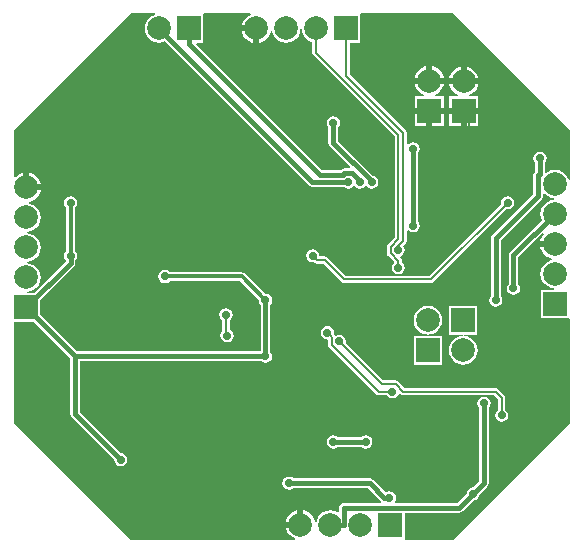
<source format=gbl>
G04 Layer_Physical_Order=2*
G04 Layer_Color=16711680*
%FSLAX25Y25*%
%MOIN*%
G70*
G01*
G75*
%ADD19C,0.00787*%
%ADD20C,0.01575*%
%ADD21C,0.01181*%
%ADD22R,0.07874X0.07874*%
%ADD23C,0.07874*%
%ADD24R,0.07874X0.07874*%
%ADD25C,0.02756*%
G36*
X186205Y137463D02*
Y120725D01*
X185717Y120646D01*
X185240Y121798D01*
X184481Y122788D01*
X183491Y123547D01*
X182339Y124024D01*
X181102Y124187D01*
X179866Y124024D01*
X178713Y123547D01*
X178300Y123230D01*
X177800Y123476D01*
Y126455D01*
X178233Y127103D01*
X178402Y127953D01*
X178233Y128803D01*
X177751Y129523D01*
X177031Y130004D01*
X176181Y130173D01*
X175331Y130004D01*
X174611Y129523D01*
X174129Y128803D01*
X173960Y127953D01*
X174129Y127103D01*
X174563Y126455D01*
Y123574D01*
X174434Y123445D01*
X174083Y122920D01*
X173959Y122301D01*
Y116209D01*
X160273Y102522D01*
X159922Y101997D01*
X159799Y101378D01*
Y82207D01*
X159366Y81559D01*
X159197Y80709D01*
X159366Y79859D01*
X159847Y79138D01*
X160567Y78657D01*
X161417Y78488D01*
X162267Y78657D01*
X162987Y79138D01*
X163469Y79859D01*
X163638Y80709D01*
X163469Y81559D01*
X163036Y82207D01*
Y100708D01*
X176722Y114394D01*
X177073Y114919D01*
X177197Y115539D01*
Y115941D01*
X177670Y116101D01*
X177724Y116031D01*
X178713Y115272D01*
X179866Y114794D01*
X180874Y114662D01*
Y114157D01*
X179866Y114024D01*
X178713Y113547D01*
X177724Y112788D01*
X176965Y111798D01*
X176487Y110646D01*
X176324Y109409D01*
X176487Y108173D01*
X176806Y107402D01*
X166178Y96774D01*
X165828Y96249D01*
X165704Y95630D01*
Y86144D01*
X165271Y85496D01*
X165102Y84646D01*
X165271Y83796D01*
X165753Y83075D01*
X166473Y82594D01*
X167323Y82425D01*
X168173Y82594D01*
X168893Y83075D01*
X169374Y83796D01*
X169544Y84646D01*
X169374Y85496D01*
X168941Y86144D01*
Y94959D01*
X177078Y103097D01*
X177455Y102766D01*
X176790Y101899D01*
X176292Y100698D01*
X176254Y100409D01*
X181102D01*
Y98409D01*
X176254D01*
X176292Y98121D01*
X176790Y96920D01*
X177581Y95888D01*
X178613Y95097D01*
X179814Y94599D01*
X180108Y94561D01*
Y94056D01*
X179866Y94024D01*
X178713Y93547D01*
X177724Y92788D01*
X176965Y91798D01*
X176487Y90646D01*
X176324Y89410D01*
X176487Y88173D01*
X176965Y87020D01*
X177724Y86031D01*
X178713Y85272D01*
X179866Y84794D01*
X180989Y84646D01*
X180956Y84146D01*
X176365D01*
Y74672D01*
X185705D01*
X185839Y74672D01*
X186205Y74348D01*
Y39703D01*
X147305Y803D01*
X131360D01*
X131036Y1168D01*
X131036Y1303D01*
Y9811D01*
X149225D01*
X149845Y9935D01*
X150370Y10285D01*
X154003Y13918D01*
X154767Y14071D01*
X155488Y14552D01*
X155969Y15272D01*
X156121Y16037D01*
X158625Y18541D01*
X158976Y19066D01*
X159099Y19685D01*
Y44762D01*
X159532Y45410D01*
X159701Y46260D01*
X159532Y47110D01*
X159051Y47830D01*
X158330Y48311D01*
X157480Y48480D01*
X156631Y48311D01*
X155910Y47830D01*
X155429Y47110D01*
X155260Y46260D01*
X155429Y45410D01*
X155862Y44762D01*
Y20355D01*
X153832Y18326D01*
X153068Y18174D01*
X152347Y17692D01*
X151866Y16972D01*
X151714Y16207D01*
X148555Y13048D01*
X128059D01*
X127791Y13548D01*
X128036Y13914D01*
X128205Y14764D01*
X128036Y15613D01*
X127554Y16334D01*
X126834Y16815D01*
X125984Y16984D01*
X125134Y16815D01*
X124795Y16589D01*
X120554Y20830D01*
X120029Y21180D01*
X119409Y21304D01*
X94018D01*
X93370Y21737D01*
X92520Y21906D01*
X91670Y21737D01*
X90949Y21255D01*
X90468Y20535D01*
X90299Y19685D01*
X90468Y18835D01*
X90949Y18115D01*
X91670Y17633D01*
X92520Y17464D01*
X93370Y17633D01*
X94018Y18067D01*
X118739D01*
X123186Y13619D01*
X123292Y13548D01*
X123141Y13048D01*
X110775D01*
X110155Y12925D01*
X109630Y12574D01*
X109280Y12049D01*
X109156Y11430D01*
Y10249D01*
X108708Y10028D01*
X108688Y10043D01*
X107536Y10521D01*
X106299Y10683D01*
X105063Y10521D01*
X103910Y10043D01*
X102921Y9284D01*
X102161Y8294D01*
X101684Y7142D01*
X101652Y6900D01*
X101148D01*
X101109Y7194D01*
X100612Y8395D01*
X99820Y9427D01*
X98789Y10218D01*
X97588Y10715D01*
X97299Y10753D01*
Y5906D01*
X96299D01*
Y4905D01*
X91451D01*
X91489Y4617D01*
X91987Y3416D01*
X92778Y2384D01*
X93809Y1593D01*
X94510Y1303D01*
X94411Y803D01*
X39703D01*
X803Y39703D01*
Y73531D01*
X7369D01*
X19563Y61338D01*
Y42795D01*
X19686Y42176D01*
X20037Y41651D01*
X34214Y27474D01*
X34366Y26709D01*
X34847Y25989D01*
X35568Y25508D01*
X36417Y25338D01*
X37267Y25508D01*
X37988Y25989D01*
X38469Y26709D01*
X38638Y27559D01*
X38469Y28409D01*
X37988Y29129D01*
X37267Y29611D01*
X36503Y29763D01*
X22800Y43466D01*
Y60389D01*
X83148D01*
X83796Y59956D01*
X84646Y59787D01*
X85496Y59956D01*
X86216Y60438D01*
X86697Y61158D01*
X86866Y62008D01*
X86697Y62858D01*
X86264Y63506D01*
Y79211D01*
X86697Y79859D01*
X86866Y80709D01*
X86697Y81559D01*
X86216Y82279D01*
X85496Y82760D01*
X84646Y82929D01*
X84466Y82894D01*
X77774Y89585D01*
X77314Y89893D01*
X76772Y90000D01*
X52853D01*
X52751Y90153D01*
X52031Y90634D01*
X51181Y90803D01*
X50331Y90634D01*
X49611Y90153D01*
X49130Y89433D01*
X48961Y88583D01*
X49130Y87733D01*
X49611Y87012D01*
X50331Y86531D01*
X51181Y86362D01*
X52031Y86531D01*
X52751Y87012D01*
X52853Y87165D01*
X76184D01*
X82461Y80888D01*
X82425Y80709D01*
X82594Y79859D01*
X83027Y79211D01*
Y63626D01*
X21851D01*
X9658Y75820D01*
Y80716D01*
X20830Y91887D01*
X21180Y92412D01*
X21304Y93032D01*
Y93975D01*
X21737Y94623D01*
X21906Y95472D01*
X21737Y96322D01*
X21255Y97043D01*
X21103Y97145D01*
Y111517D01*
X21255Y111619D01*
X21737Y112339D01*
X21906Y113189D01*
X21737Y114039D01*
X21255Y114759D01*
X20535Y115241D01*
X19685Y115410D01*
X18835Y115241D01*
X18115Y114759D01*
X17633Y114039D01*
X17464Y113189D01*
X17633Y112339D01*
X18115Y111619D01*
X18267Y111517D01*
Y97145D01*
X18115Y97043D01*
X17633Y96322D01*
X17464Y95472D01*
X17633Y94623D01*
X18067Y93975D01*
Y93702D01*
X7369Y83005D01*
X5067D01*
X5034Y83505D01*
X6158Y83653D01*
X7310Y84130D01*
X8300Y84889D01*
X9059Y85879D01*
X9536Y87031D01*
X9699Y88268D01*
X9536Y89504D01*
X9059Y90657D01*
X8300Y91646D01*
X7310Y92405D01*
X6158Y92883D01*
X5150Y93016D01*
Y93520D01*
X6158Y93653D01*
X7310Y94130D01*
X8300Y94889D01*
X9059Y95879D01*
X9536Y97031D01*
X9699Y98268D01*
X9536Y99504D01*
X9059Y100657D01*
X8300Y101646D01*
X7310Y102406D01*
X6158Y102883D01*
X5150Y103016D01*
Y103520D01*
X6158Y103653D01*
X7310Y104130D01*
X8300Y104889D01*
X9059Y105879D01*
X9536Y107031D01*
X9699Y108268D01*
X9536Y109504D01*
X9059Y110657D01*
X8300Y111646D01*
X7310Y112406D01*
X6158Y112883D01*
X5916Y112915D01*
Y113419D01*
X6210Y113458D01*
X7411Y113955D01*
X8442Y114747D01*
X9234Y115778D01*
X9731Y116979D01*
X9769Y117268D01*
X4921D01*
Y118268D01*
X3921D01*
Y123116D01*
X3632Y123078D01*
X2431Y122580D01*
X1400Y121789D01*
X1276Y121627D01*
X803Y121788D01*
Y137463D01*
X39703Y176363D01*
X47897D01*
X47976Y175875D01*
X46824Y175398D01*
X45834Y174638D01*
X45075Y173649D01*
X44598Y172496D01*
X44435Y171260D01*
X44598Y170023D01*
X45075Y168871D01*
X45834Y167881D01*
X46824Y167122D01*
X47976Y166645D01*
X49213Y166482D01*
X50449Y166645D01*
X51136Y166929D01*
X99130Y118934D01*
X99655Y118583D01*
X100275Y118460D01*
X110707D01*
X111355Y118027D01*
X112205Y117858D01*
X113055Y118027D01*
X113775Y118509D01*
X113923Y118730D01*
X114423D01*
X114571Y118509D01*
X115292Y118027D01*
X116142Y117858D01*
X116991Y118027D01*
X117712Y118509D01*
X117860Y118730D01*
X118360D01*
X118508Y118508D01*
X119229Y118027D01*
X120079Y117858D01*
X120928Y118027D01*
X121649Y118508D01*
X122130Y119229D01*
X122299Y120079D01*
X122130Y120928D01*
X121649Y121649D01*
X120928Y122130D01*
X120485Y122218D01*
X108902Y133801D01*
Y138266D01*
X109335Y138914D01*
X109504Y139764D01*
X109335Y140614D01*
X108854Y141334D01*
X108133Y141815D01*
X107283Y141984D01*
X106434Y141815D01*
X105713Y141334D01*
X105232Y140614D01*
X105063Y139764D01*
X105232Y138914D01*
X105665Y138266D01*
Y133131D01*
X105788Y132511D01*
X106139Y131986D01*
X112963Y125163D01*
X112756Y124663D01*
X110976D01*
X110357Y124539D01*
X109832Y124189D01*
X109715Y124072D01*
X103611D01*
X61622Y166061D01*
X61813Y166523D01*
X63950D01*
Y175863D01*
X63950Y175997D01*
X64274Y176363D01*
X79647D01*
X79746Y175863D01*
X79046Y175572D01*
X78014Y174781D01*
X77223Y173750D01*
X76726Y172549D01*
X76688Y172260D01*
X81535D01*
Y171260D01*
X82535D01*
Y166412D01*
X82824Y166450D01*
X84025Y166947D01*
X85057Y167739D01*
X85848Y168770D01*
X86345Y169971D01*
X86384Y170265D01*
X86888D01*
X86920Y170023D01*
X87398Y168871D01*
X88157Y167881D01*
X89147Y167122D01*
X90299Y166645D01*
X91535Y166482D01*
X92772Y166645D01*
X93924Y167122D01*
X94914Y167881D01*
X95673Y168871D01*
X96150Y170023D01*
X96283Y171032D01*
X96788D01*
X96920Y170023D01*
X97398Y168871D01*
X98157Y167881D01*
X99146Y167122D01*
X100299Y166645D01*
X100318Y166642D01*
Y163228D01*
X100411Y162763D01*
X100675Y162368D01*
X127720Y135323D01*
Y101582D01*
X125505Y99367D01*
X125241Y98972D01*
X125148Y98506D01*
Y96376D01*
X125241Y95910D01*
X125505Y95515D01*
X127416Y93604D01*
X127367Y93106D01*
X127367Y93106D01*
X126885Y92385D01*
X126716Y91535D01*
X126885Y90686D01*
X127367Y89965D01*
X128087Y89484D01*
X128937Y89315D01*
X129787Y89484D01*
X130507Y89965D01*
X130989Y90686D01*
X131158Y91535D01*
X130989Y92385D01*
X130507Y93106D01*
X130154Y93342D01*
Y93804D01*
X130061Y94270D01*
X129798Y94665D01*
X129566Y94896D01*
X129712Y95374D01*
X129787Y95389D01*
X130507Y95871D01*
X130989Y96591D01*
X131158Y97441D01*
X130989Y98291D01*
X130639Y98814D01*
X131385Y99560D01*
X131649Y99954D01*
X131741Y100420D01*
Y103860D01*
X132241Y104011D01*
X132288Y103942D01*
X133009Y103460D01*
X133858Y103291D01*
X134708Y103460D01*
X135429Y103942D01*
X135910Y104662D01*
X136079Y105512D01*
X135910Y106362D01*
X135477Y107010D01*
Y129604D01*
X135910Y130253D01*
X136079Y131102D01*
X135910Y131952D01*
X135429Y132673D01*
X134708Y133154D01*
X133858Y133323D01*
X133009Y133154D01*
X132288Y132673D01*
X132241Y132603D01*
X131741Y132755D01*
Y136484D01*
X131649Y136950D01*
X131385Y137345D01*
X112752Y155977D01*
Y166523D01*
X116272D01*
Y175863D01*
X116272Y175997D01*
X116597Y176363D01*
X147305D01*
X186205Y137463D01*
D02*
G37*
%LPC*%
G36*
X71457Y78008D02*
X70607Y77839D01*
X69886Y77358D01*
X69405Y76637D01*
X69236Y75787D01*
X69405Y74938D01*
X69886Y74217D01*
X70240Y73981D01*
Y70407D01*
X69799Y69747D01*
X69630Y68898D01*
X69799Y68048D01*
X70280Y67327D01*
X71001Y66846D01*
X71850Y66677D01*
X72700Y66846D01*
X73421Y67327D01*
X73902Y68048D01*
X74071Y68898D01*
X73902Y69747D01*
X73421Y70468D01*
X72700Y70949D01*
X72674Y70955D01*
Y73981D01*
X73027Y74217D01*
X73508Y74938D01*
X73677Y75787D01*
X73508Y76637D01*
X73027Y77358D01*
X72307Y77839D01*
X71457Y78008D01*
D02*
G37*
G36*
X165354Y115410D02*
X164505Y115241D01*
X163784Y114759D01*
X163303Y114039D01*
X163134Y113189D01*
X163217Y112772D01*
X139260Y88815D01*
X111425D01*
X105272Y94968D01*
X104877Y95231D01*
X104412Y95324D01*
X102736D01*
X102614Y95473D01*
X102445Y96322D01*
X101964Y97043D01*
X101243Y97524D01*
X100394Y97693D01*
X99544Y97524D01*
X98823Y97043D01*
X98342Y96322D01*
X98173Y95472D01*
X98342Y94623D01*
X98823Y93902D01*
X99544Y93421D01*
X100394Y93252D01*
X100810Y93335D01*
X100898Y93247D01*
X101293Y92983D01*
X101759Y92890D01*
X103908D01*
X110060Y86738D01*
X110455Y86474D01*
X110920Y86381D01*
X139764D01*
X140229Y86474D01*
X140624Y86738D01*
X164938Y111051D01*
X165354Y110968D01*
X166204Y111137D01*
X166925Y111619D01*
X167406Y112339D01*
X167575Y113189D01*
X167406Y114039D01*
X166925Y114759D01*
X166204Y115241D01*
X165354Y115410D01*
D02*
G37*
G36*
X149689Y142642D02*
X145752D01*
Y138705D01*
X149689D01*
Y142642D01*
D02*
G37*
G36*
X5921Y123116D02*
Y119268D01*
X9769D01*
X9731Y119556D01*
X9234Y120757D01*
X8442Y121789D01*
X7411Y122580D01*
X6210Y123078D01*
X5921Y123116D01*
D02*
G37*
G36*
X118110Y35685D02*
X117260Y35516D01*
X116612Y35083D01*
X108781D01*
X108133Y35516D01*
X107283Y35685D01*
X106434Y35516D01*
X105713Y35035D01*
X105232Y34314D01*
X105063Y33465D01*
X105232Y32615D01*
X105713Y31894D01*
X106434Y31413D01*
X107283Y31244D01*
X108133Y31413D01*
X108781Y31846D01*
X116612D01*
X117260Y31413D01*
X118110Y31244D01*
X118960Y31413D01*
X119681Y31894D01*
X120162Y32615D01*
X120331Y33465D01*
X120162Y34314D01*
X119681Y35035D01*
X118960Y35516D01*
X118110Y35685D01*
D02*
G37*
G36*
X95299Y10753D02*
X95010Y10715D01*
X93809Y10218D01*
X92778Y9427D01*
X91987Y8395D01*
X91489Y7194D01*
X91451Y6905D01*
X95299D01*
Y10753D01*
D02*
G37*
G36*
X105315Y72102D02*
X104465Y71934D01*
X103745Y71452D01*
X103263Y70732D01*
X103094Y69882D01*
X103263Y69032D01*
X103745Y68312D01*
X104465Y67830D01*
X105315Y67661D01*
X105463Y67540D01*
Y65864D01*
X105556Y65398D01*
X105820Y65003D01*
X121487Y49336D01*
X121882Y49072D01*
X122347Y48980D01*
X125162D01*
X125398Y48627D01*
X126119Y48145D01*
X126969Y47976D01*
X127818Y48145D01*
X128539Y48627D01*
X129020Y49347D01*
X129035Y49422D01*
X129514Y49567D01*
X129745Y49336D01*
X130140Y49072D01*
X130605Y48980D01*
X160913D01*
X162169Y47724D01*
Y44129D01*
X161816Y43893D01*
X161334Y43173D01*
X161165Y42323D01*
X161334Y41473D01*
X161816Y40753D01*
X162536Y40271D01*
X163386Y40102D01*
X164236Y40271D01*
X164956Y40753D01*
X165437Y41473D01*
X165606Y42323D01*
X165437Y43173D01*
X164956Y43893D01*
X164603Y44129D01*
Y48228D01*
X164510Y48694D01*
X164246Y49089D01*
X162278Y51057D01*
X161883Y51321D01*
X161417Y51414D01*
X131109D01*
X128894Y53629D01*
X128499Y53893D01*
X128034Y53986D01*
X123917D01*
X111390Y66513D01*
X111473Y66929D01*
X111304Y67779D01*
X110822Y68499D01*
X110102Y68981D01*
X109252Y69150D01*
X108402Y68981D01*
X108291Y68906D01*
X107763Y69044D01*
X107541Y69377D01*
X107453Y69465D01*
X107536Y69882D01*
X107367Y70732D01*
X106885Y71452D01*
X106165Y71934D01*
X105315Y72102D01*
D02*
G37*
G36*
X138779Y78754D02*
X137543Y78592D01*
X136391Y78114D01*
X135401Y77355D01*
X134642Y76365D01*
X134164Y75213D01*
X134002Y73976D01*
X134164Y72740D01*
X134642Y71587D01*
X135401Y70598D01*
X136391Y69839D01*
X137543Y69361D01*
X138416Y69246D01*
X138666Y69213D01*
X138634Y68713D01*
X134043D01*
Y59239D01*
X143517D01*
Y68713D01*
X138926D01*
X138893Y69213D01*
X139143Y69246D01*
X140016Y69361D01*
X141168Y69839D01*
X142158Y70598D01*
X142917Y71587D01*
X143395Y72740D01*
X143557Y73976D01*
X143395Y75213D01*
X142917Y76365D01*
X142158Y77355D01*
X141168Y78114D01*
X140016Y78592D01*
X138779Y78754D01*
D02*
G37*
G36*
X155328Y78713D02*
X145853D01*
Y69239D01*
X150445D01*
X150477Y68739D01*
X150227Y68706D01*
X149354Y68591D01*
X148202Y68114D01*
X147212Y67355D01*
X146453Y66365D01*
X145975Y65213D01*
X145813Y63976D01*
X145975Y62740D01*
X146453Y61587D01*
X147212Y60598D01*
X148202Y59839D01*
X149354Y59361D01*
X150591Y59198D01*
X151827Y59361D01*
X152980Y59839D01*
X153969Y60598D01*
X154728Y61587D01*
X155206Y62740D01*
X155368Y63976D01*
X155206Y65213D01*
X154728Y66365D01*
X153969Y67355D01*
X152980Y68114D01*
X151827Y68591D01*
X150954Y68706D01*
X150704Y68739D01*
X150736Y69239D01*
X155328D01*
Y78713D01*
D02*
G37*
G36*
X151689Y158490D02*
Y154642D01*
X155537D01*
X155499Y154930D01*
X155001Y156131D01*
X154210Y157163D01*
X153179Y157954D01*
X151978Y158452D01*
X151689Y158490D01*
D02*
G37*
G36*
X149689Y158490D02*
X149400Y158452D01*
X148199Y157954D01*
X147168Y157163D01*
X146377Y156131D01*
X145879Y154930D01*
X145841Y154642D01*
X149689D01*
Y158490D01*
D02*
G37*
G36*
X138272Y158647D02*
X137983Y158609D01*
X136782Y158112D01*
X135750Y157320D01*
X134959Y156289D01*
X134462Y155088D01*
X134424Y154799D01*
X138272D01*
Y158647D01*
D02*
G37*
G36*
X80535Y170260D02*
X76688D01*
X76726Y169971D01*
X77223Y168770D01*
X78014Y167739D01*
X79046Y166947D01*
X80247Y166450D01*
X80535Y166412D01*
Y170260D01*
D02*
G37*
G36*
X140272Y158647D02*
Y154799D01*
X144120D01*
X144082Y155088D01*
X143584Y156289D01*
X142793Y157320D01*
X141762Y158112D01*
X140560Y158609D01*
X140272Y158647D01*
D02*
G37*
G36*
X138272Y142799D02*
X134335D01*
Y138862D01*
X138272D01*
Y142799D01*
D02*
G37*
G36*
X155626Y142642D02*
X151689D01*
Y138705D01*
X155626D01*
Y142642D01*
D02*
G37*
G36*
X144209Y142799D02*
X140272D01*
Y138862D01*
X144209D01*
Y142799D01*
D02*
G37*
G36*
X144120Y152799D02*
X139272D01*
X134424D01*
X134462Y152510D01*
X134959Y151309D01*
X135750Y150278D01*
X136782Y149487D01*
X137387Y149236D01*
X137287Y148736D01*
X134335D01*
Y144799D01*
X139272D01*
X144209D01*
Y148736D01*
X141256D01*
X141157Y149236D01*
X141762Y149487D01*
X142793Y150278D01*
X143584Y151309D01*
X144082Y152510D01*
X144120Y152799D01*
D02*
G37*
G36*
X150689Y153642D02*
D01*
Y152642D01*
X145841D01*
X145879Y152353D01*
X146377Y151152D01*
X147168Y150121D01*
X148199Y149329D01*
X148804Y149079D01*
X148705Y148579D01*
X145752D01*
Y144642D01*
X150689D01*
X155626D01*
Y148579D01*
X152673D01*
X152574Y149079D01*
X153179Y149329D01*
X154210Y150121D01*
X155001Y151152D01*
X155499Y152353D01*
X155537Y152642D01*
X150689D01*
Y153642D01*
D02*
G37*
%LPD*%
D19*
X150689Y143642D02*
X152414Y141917D01*
Y124358D02*
Y141917D01*
X110920Y87598D02*
X139764D01*
X130605Y50197D02*
X161417D01*
X163386Y48228D01*
Y42323D02*
Y48228D01*
X109252Y66929D02*
X123413Y52768D01*
X105315Y69882D02*
X106680Y68516D01*
Y65864D02*
Y68516D01*
Y65864D02*
X122347Y50197D01*
X126969D01*
X128937Y97441D02*
Y98833D01*
X130524Y100420D01*
Y136484D01*
X111535Y155473D02*
X130524Y136484D01*
X111535Y155473D02*
Y171260D01*
X101535Y163228D02*
Y171260D01*
Y163228D02*
X128937Y135827D01*
Y101078D02*
Y135827D01*
X126365Y98506D02*
X128937Y101078D01*
X126365Y96376D02*
Y98506D01*
Y96376D02*
X128937Y93804D01*
Y91535D02*
Y93804D01*
X139764Y87598D02*
X165354Y113189D01*
X104412Y94107D02*
X110920Y87598D01*
X101759Y94107D02*
X104412D01*
X100394Y95472D02*
X101759Y94107D01*
X114173Y104331D02*
X117126Y101378D01*
X99409Y104331D02*
X114173D01*
X98425Y91535D02*
X103347D01*
X93504D02*
X98425D01*
X95472Y94488D02*
X98425Y91535D01*
X95472Y94488D02*
Y100394D01*
X99409Y104331D01*
X103347Y85630D02*
Y91535D01*
Y85630D02*
X104331Y84646D01*
X92520Y90551D02*
X93504Y91535D01*
X128034Y52768D02*
X130605Y50197D01*
X123413Y52768D02*
X128034D01*
X71457Y69291D02*
X71850Y68898D01*
X71457Y69291D02*
Y75787D01*
X85630Y90551D02*
X92520D01*
X70374Y105807D02*
X85630Y90551D01*
X62992Y105807D02*
X70374D01*
X104331Y84646D02*
X113189D01*
D20*
X92520Y19685D02*
X119409D01*
X124331Y14764D01*
X133858Y105512D02*
Y131102D01*
X120079Y120079D02*
Y120336D01*
X107283Y133131D02*
X120079Y120336D01*
X107283Y133131D02*
Y139764D01*
X100275Y120079D02*
X112205D01*
X102940Y122453D02*
X110386D01*
X49213Y171141D02*
X100275Y120079D01*
X110386Y122453D02*
X110976Y123044D01*
X113433D01*
X116142Y120335D01*
Y120079D02*
Y120335D01*
X59213Y166181D02*
X102940Y122453D01*
X59213Y166181D02*
Y171260D01*
X49213Y171141D02*
Y171260D01*
X110775Y5906D02*
Y11430D01*
X21181Y42795D02*
Y62008D01*
Y42795D02*
X36417Y27559D01*
X45276Y35433D02*
X49213Y31496D01*
Y6890D02*
Y31496D01*
Y6890D02*
X50197Y5906D01*
X96299D01*
X29528Y96457D02*
X45276Y112205D01*
X29528Y84646D02*
Y96457D01*
X21181Y62008D02*
X84646D01*
X4921Y78268D02*
X21181Y62008D01*
X19685Y93032D02*
Y95472D01*
X4921Y78268D02*
X19685Y93032D01*
X176181Y122904D02*
Y127953D01*
X175578Y122301D02*
X176181Y122904D01*
X175578Y115539D02*
Y122301D01*
X161417Y101378D02*
X175578Y115539D01*
X161417Y80709D02*
Y101378D01*
X84646Y62008D02*
Y80709D01*
X167323Y95630D02*
X181102Y109409D01*
X167323Y84646D02*
Y95630D01*
X107283Y33465D02*
X118110D01*
X157480Y19685D02*
Y46260D01*
X153917Y16122D02*
X157480Y19685D01*
X149225Y11430D02*
X153917Y16122D01*
X110775Y11430D02*
X149225D01*
X106299Y5906D02*
X110775D01*
X124331Y14764D02*
X125984D01*
D21*
X146653Y24606D02*
X153169Y31122D01*
X106299Y24606D02*
X146653D01*
X76772Y88583D02*
X84646Y80709D01*
X51181Y88583D02*
X76772D01*
X19685Y95472D02*
Y113189D01*
D22*
X150689Y143642D02*
D03*
X139272Y143799D02*
D03*
X4921Y78268D02*
D03*
X181102Y79409D02*
D03*
X150591Y73976D02*
D03*
X138779Y63976D02*
D03*
D23*
X150689Y153642D02*
D03*
X139272Y153799D02*
D03*
X4921Y98268D02*
D03*
Y88268D02*
D03*
Y108268D02*
D03*
Y118268D02*
D03*
X181102Y99410D02*
D03*
Y89410D02*
D03*
Y109409D02*
D03*
Y119409D02*
D03*
X150591Y63976D02*
D03*
X138779Y73976D02*
D03*
X49213Y171260D02*
D03*
X91535D02*
D03*
X101535D02*
D03*
X81535D02*
D03*
X106299Y5906D02*
D03*
X116299D02*
D03*
X96299D02*
D03*
D24*
X59213Y171260D02*
D03*
X111535D02*
D03*
X126299Y5906D02*
D03*
D25*
X169291Y147638D02*
D03*
X175197Y135827D02*
D03*
Y64960D02*
D03*
X169291Y53149D02*
D03*
X175197Y41339D02*
D03*
X157480Y147638D02*
D03*
X163386Y135827D02*
D03*
X157480Y100394D02*
D03*
X163386Y64960D02*
D03*
X157480Y53149D02*
D03*
X151575Y135827D02*
D03*
X145669Y124016D02*
D03*
Y100394D02*
D03*
X151575Y88583D02*
D03*
X145669Y5905D02*
D03*
X139764Y135827D02*
D03*
X133858Y100394D02*
D03*
Y53149D02*
D03*
Y29528D02*
D03*
X139764Y17717D02*
D03*
X133858Y5905D02*
D03*
X127953Y159449D02*
D03*
X122047Y124016D02*
D03*
Y76772D02*
D03*
X116142Y159449D02*
D03*
X110236Y147638D02*
D03*
X116142Y135827D02*
D03*
X110236Y100394D02*
D03*
Y53149D02*
D03*
X98425D02*
D03*
X104331Y41339D02*
D03*
X92520Y159449D02*
D03*
X86614Y147638D02*
D03*
X92520Y112205D02*
D03*
X86614Y53149D02*
D03*
X92520Y41339D02*
D03*
X86614Y29528D02*
D03*
X80709Y159449D02*
D03*
X74803Y124016D02*
D03*
X80709Y112205D02*
D03*
X74803Y53149D02*
D03*
X80709Y41339D02*
D03*
X74803Y29528D02*
D03*
Y5905D02*
D03*
X62992Y147638D02*
D03*
X68898Y135827D02*
D03*
X62992Y124016D02*
D03*
Y53149D02*
D03*
X68898Y41339D02*
D03*
X62992Y29528D02*
D03*
X68898Y17717D02*
D03*
X51181Y147638D02*
D03*
X57086Y135827D02*
D03*
X51181Y124016D02*
D03*
X57086Y112205D02*
D03*
X51181Y76772D02*
D03*
Y53149D02*
D03*
X57086Y41339D02*
D03*
X45276Y159449D02*
D03*
X39370Y147638D02*
D03*
X45276Y135827D02*
D03*
X39370Y53149D02*
D03*
X45276Y41339D02*
D03*
X39370Y5905D02*
D03*
X33465Y159449D02*
D03*
X27559Y147638D02*
D03*
X33465Y135827D02*
D03*
X27559Y124016D02*
D03*
X33465Y112205D02*
D03*
Y88583D02*
D03*
X27559Y53149D02*
D03*
X33465Y41339D02*
D03*
X27559Y29528D02*
D03*
X33465Y17717D02*
D03*
X15748Y147638D02*
D03*
X21654Y135827D02*
D03*
X15748Y124016D02*
D03*
Y76772D02*
D03*
Y53149D02*
D03*
Y29528D02*
D03*
X9843Y135827D02*
D03*
Y112205D02*
D03*
Y64960D02*
D03*
X3937Y53149D02*
D03*
X9843Y41339D02*
D03*
X155170Y124358D02*
D03*
X133858Y131102D02*
D03*
Y105512D02*
D03*
X107283Y139764D02*
D03*
X120079Y120079D02*
D03*
X112205Y120079D02*
D03*
X116142D02*
D03*
X106299Y24606D02*
D03*
X36417Y27559D02*
D03*
X45276Y35433D02*
D03*
X49213Y6890D02*
D03*
X45276Y112205D02*
D03*
X29528Y84646D02*
D03*
X176181Y127953D02*
D03*
X161417Y80709D02*
D03*
X84646Y62008D02*
D03*
X109252Y66929D02*
D03*
X105315Y69882D02*
D03*
X128937Y91535D02*
D03*
Y97441D02*
D03*
X117126Y101378D02*
D03*
X165354Y113189D02*
D03*
X100394Y95472D02*
D03*
X103347Y91535D02*
D03*
X163386Y42323D02*
D03*
X126969Y50197D02*
D03*
X71850Y68898D02*
D03*
X71457Y75787D02*
D03*
X84646Y80709D02*
D03*
X62992Y105807D02*
D03*
X113189Y84646D02*
D03*
X99409Y104331D02*
D03*
X51181Y88583D02*
D03*
X19685Y95472D02*
D03*
Y113189D02*
D03*
X167323Y84646D02*
D03*
X118110Y33465D02*
D03*
X107283D02*
D03*
X157480Y46260D02*
D03*
X153169Y31122D02*
D03*
X125984Y14764D02*
D03*
X153917Y16122D02*
D03*
X92520Y19685D02*
D03*
M02*

</source>
